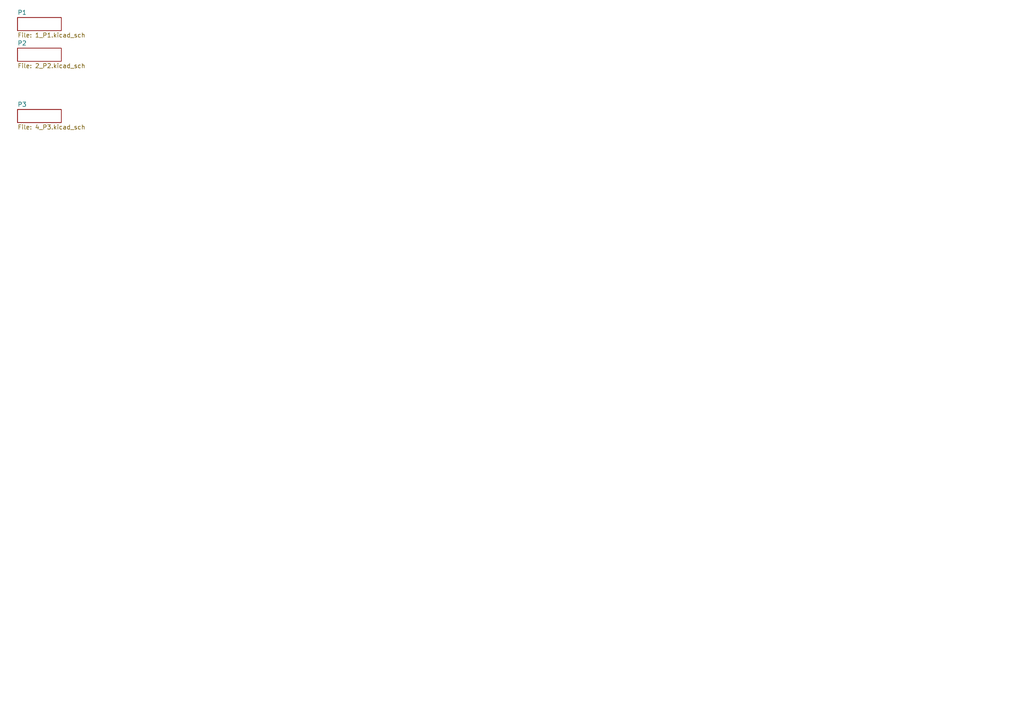
<source format=kicad_sch>
(kicad_sch
	(version 20231120)
	(generator "eeschema")
	(generator_version "8.0")
	(uuid "3574fd53-1659-47fd-afb3-5d77a456eb0a")
	(paper "A4")
	(lib_symbols)
	(sheet
		(at 5.08 13.97)
		(size 12.7 3.81)
		(fields_autoplaced yes)
		(stroke
			(width 0)
			(type solid)
		)
		(fill
			(color 0 0 0 0.0000)
		)
		(uuid "5503cc0d-604d-4e19-b94a-018c3a73cca7")
		(property "Sheetname" "P2"
			(at 5.08 13.2584 0)
			(effects
				(font
					(size 1.27 1.27)
				)
				(justify left bottom)
			)
		)
		(property "Sheetfile" "2_P2.kicad_sch"
			(at 5.08 18.3646 0)
			(effects
				(font
					(size 1.27 1.27)
				)
				(justify left top)
			)
		)
		(instances
			(project "ProPrj_FaderBay_2025-03-18"
				(path "/3574fd53-1659-47fd-afb3-5d77a456eb0a"
					(page "2")
				)
			)
		)
	)
	(sheet
		(at 5.08 31.75)
		(size 12.7 3.81)
		(fields_autoplaced yes)
		(stroke
			(width 0)
			(type solid)
		)
		(fill
			(color 0 0 0 0.0000)
		)
		(uuid "a4569164-e31c-48a0-b925-ad6a13de48c0")
		(property "Sheetname" "P3"
			(at 5.08 31.0384 0)
			(effects
				(font
					(size 1.27 1.27)
				)
				(justify left bottom)
			)
		)
		(property "Sheetfile" "4_P3.kicad_sch"
			(at 5.08 36.1446 0)
			(effects
				(font
					(size 1.27 1.27)
				)
				(justify left top)
			)
		)
		(instances
			(project "ProPrj_FaderBay_2025-03-18"
				(path "/3574fd53-1659-47fd-afb3-5d77a456eb0a"
					(page "4")
				)
			)
		)
	)
	(sheet
		(at 5.08 5.08)
		(size 12.7 3.81)
		(fields_autoplaced yes)
		(stroke
			(width 0)
			(type solid)
		)
		(fill
			(color 0 0 0 0.0000)
		)
		(uuid "a98cc9b0-4793-46af-a172-ea1351e7e801")
		(property "Sheetname" "P1"
			(at 5.08 4.3684 0)
			(effects
				(font
					(size 1.27 1.27)
				)
				(justify left bottom)
			)
		)
		(property "Sheetfile" "1_P1.kicad_sch"
			(at 5.08 9.4746 0)
			(effects
				(font
					(size 1.27 1.27)
				)
				(justify left top)
			)
		)
		(instances
			(project "ProPrj_FaderBay_2025-03-18"
				(path "/3574fd53-1659-47fd-afb3-5d77a456eb0a"
					(page "1")
				)
			)
		)
	)
)

</source>
